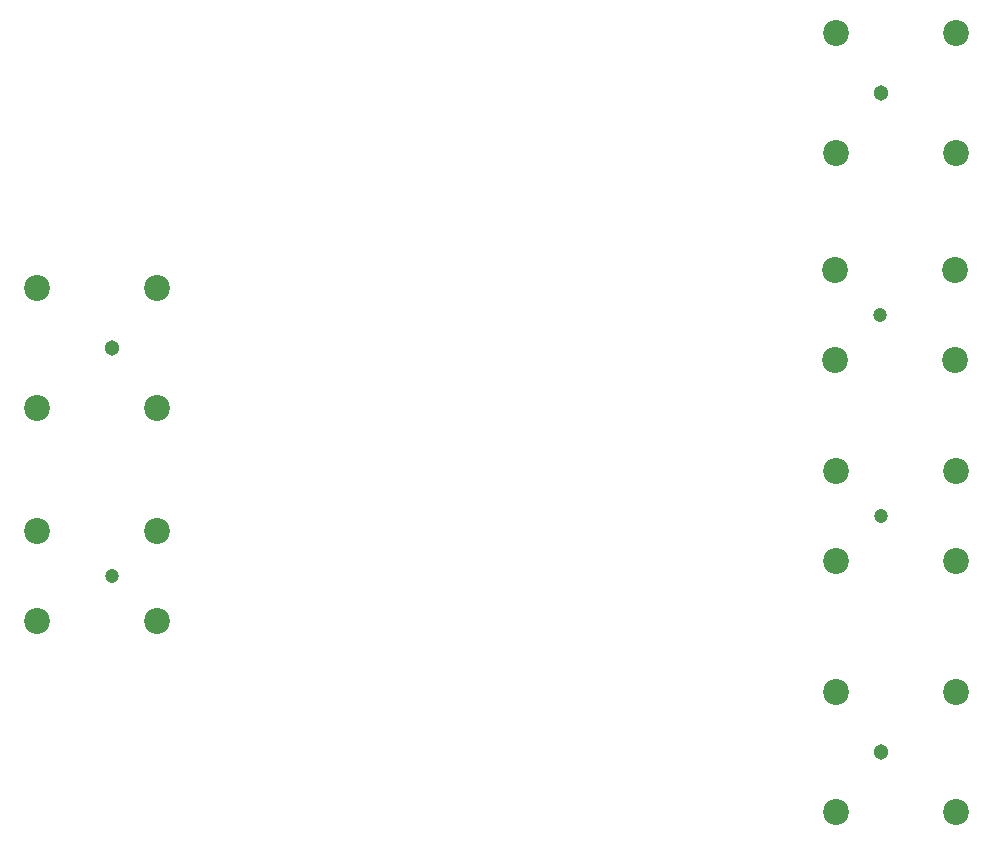
<source format=gbs>
G04*
G04 #@! TF.GenerationSoftware,Altium Limited,Altium Designer,19.0.15 (446)*
G04*
G04 Layer_Color=16711935*
%FSLAX25Y25*%
%MOIN*%
G70*
G01*
G75*
%ADD40C,0.08654*%
%ADD41C,0.04737*%
%ADD42C,0.05131*%
D40*
X294039Y201000D02*
D03*
Y171000D02*
D03*
X334039D02*
D03*
Y201000D02*
D03*
X294500Y134000D02*
D03*
Y104000D02*
D03*
X334500D02*
D03*
Y134000D02*
D03*
X294539Y280000D02*
D03*
Y240000D02*
D03*
X334539D02*
D03*
Y280000D02*
D03*
X294400Y60300D02*
D03*
Y20300D02*
D03*
X334400D02*
D03*
Y60300D02*
D03*
X68000Y84000D02*
D03*
Y114000D02*
D03*
X28000D02*
D03*
Y84000D02*
D03*
X68000Y155000D02*
D03*
Y195000D02*
D03*
X28000D02*
D03*
Y155000D02*
D03*
D41*
X309000Y186000D02*
D03*
X309461Y119000D02*
D03*
X53039Y99000D02*
D03*
D42*
X309500Y260000D02*
D03*
X309361Y40300D02*
D03*
X53039Y175000D02*
D03*
M02*

</source>
